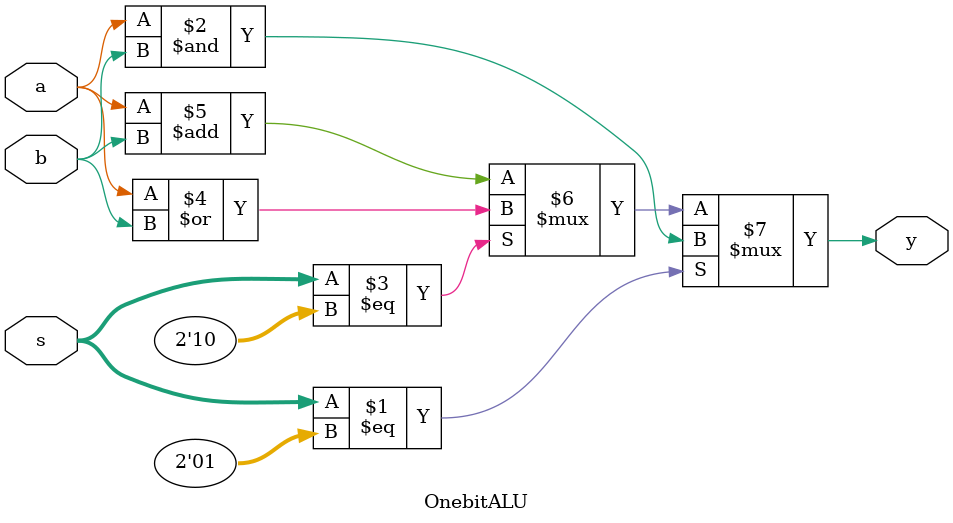
<source format=v>
module OnebitALU(
    input a,b,
    input [1:0]s,
    output y
);
assign y = (s==1)? a & b:(s==2)? a | b:a + b;
endmodule
</source>
